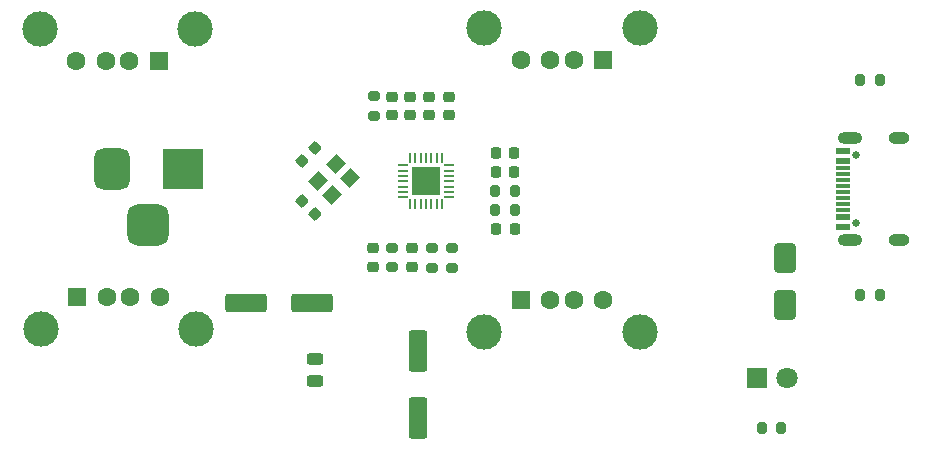
<source format=gbr>
%TF.GenerationSoftware,KiCad,Pcbnew,9.0.1-9.0.1-0~ubuntu22.04.1*%
%TF.CreationDate,2025-04-15T09:20:31+07:00*%
%TF.ProjectId,USB_HUB_4Port,5553425f-4855-4425-9f34-506f72742e6b,rev?*%
%TF.SameCoordinates,Original*%
%TF.FileFunction,Soldermask,Top*%
%TF.FilePolarity,Negative*%
%FSLAX46Y46*%
G04 Gerber Fmt 4.6, Leading zero omitted, Abs format (unit mm)*
G04 Created by KiCad (PCBNEW 9.0.1-9.0.1-0~ubuntu22.04.1) date 2025-04-15 09:20:31*
%MOMM*%
%LPD*%
G01*
G04 APERTURE LIST*
G04 Aperture macros list*
%AMRoundRect*
0 Rectangle with rounded corners*
0 $1 Rounding radius*
0 $2 $3 $4 $5 $6 $7 $8 $9 X,Y pos of 4 corners*
0 Add a 4 corners polygon primitive as box body*
4,1,4,$2,$3,$4,$5,$6,$7,$8,$9,$2,$3,0*
0 Add four circle primitives for the rounded corners*
1,1,$1+$1,$2,$3*
1,1,$1+$1,$4,$5*
1,1,$1+$1,$6,$7*
1,1,$1+$1,$8,$9*
0 Add four rect primitives between the rounded corners*
20,1,$1+$1,$2,$3,$4,$5,0*
20,1,$1+$1,$4,$5,$6,$7,0*
20,1,$1+$1,$6,$7,$8,$9,0*
20,1,$1+$1,$8,$9,$2,$3,0*%
%AMRotRect*
0 Rectangle, with rotation*
0 The origin of the aperture is its center*
0 $1 length*
0 $2 width*
0 $3 Rotation angle, in degrees counterclockwise*
0 Add horizontal line*
21,1,$1,$2,0,0,$3*%
%AMFreePoly0*
4,1,14,0.318306,0.106694,0.381694,0.043306,0.400000,-0.000888,0.400000,-0.062500,0.381694,-0.106694,0.337500,-0.125000,-0.337500,-0.125000,-0.381694,-0.106694,-0.400000,-0.062500,-0.400000,0.062500,-0.381694,0.106694,-0.337500,0.125000,0.274112,0.125000,0.318306,0.106694,0.318306,0.106694,$1*%
%AMFreePoly1*
4,1,14,0.381694,0.106694,0.400000,0.062500,0.400000,0.000888,0.381694,-0.043306,0.318306,-0.106694,0.274112,-0.125000,-0.337500,-0.125000,-0.381694,-0.106694,-0.400000,-0.062500,-0.400000,0.062500,-0.381694,0.106694,-0.337500,0.125000,0.337500,0.125000,0.381694,0.106694,0.381694,0.106694,$1*%
%AMFreePoly2*
4,1,14,0.106694,0.381694,0.125000,0.337500,0.125000,-0.337500,0.106694,-0.381694,0.062500,-0.400000,-0.062500,-0.400000,-0.106694,-0.381694,-0.125000,-0.337500,-0.125000,0.274112,-0.106694,0.318306,-0.043306,0.381694,0.000888,0.400000,0.062500,0.400000,0.106694,0.381694,0.106694,0.381694,$1*%
%AMFreePoly3*
4,1,14,0.043306,0.381694,0.106694,0.318306,0.125000,0.274112,0.125000,-0.337500,0.106694,-0.381694,0.062500,-0.400000,-0.062500,-0.400000,-0.106694,-0.381694,-0.125000,-0.337500,-0.125000,0.337500,-0.106694,0.381694,-0.062500,0.400000,-0.000888,0.400000,0.043306,0.381694,0.043306,0.381694,$1*%
%AMFreePoly4*
4,1,14,0.381694,0.106694,0.400000,0.062500,0.400000,-0.062500,0.381694,-0.106694,0.337500,-0.125000,-0.274112,-0.125000,-0.318306,-0.106694,-0.381694,-0.043306,-0.400000,0.000888,-0.400000,0.062500,-0.381694,0.106694,-0.337500,0.125000,0.337500,0.125000,0.381694,0.106694,0.381694,0.106694,$1*%
%AMFreePoly5*
4,1,14,0.381694,0.106694,0.400000,0.062500,0.400000,-0.062500,0.381694,-0.106694,0.337500,-0.125000,-0.337500,-0.125000,-0.381694,-0.106694,-0.400000,-0.062500,-0.400000,-0.000888,-0.381694,0.043306,-0.318306,0.106694,-0.274112,0.125000,0.337500,0.125000,0.381694,0.106694,0.381694,0.106694,$1*%
%AMFreePoly6*
4,1,14,0.106694,0.381694,0.125000,0.337500,0.125000,-0.274112,0.106694,-0.318306,0.043306,-0.381694,-0.000888,-0.400000,-0.062500,-0.400000,-0.106694,-0.381694,-0.125000,-0.337500,-0.125000,0.337500,-0.106694,0.381694,-0.062500,0.400000,0.062500,0.400000,0.106694,0.381694,0.106694,0.381694,$1*%
%AMFreePoly7*
4,1,14,0.106694,0.381694,0.125000,0.337500,0.125000,-0.337500,0.106694,-0.381694,0.062500,-0.400000,0.000888,-0.400000,-0.043306,-0.381694,-0.106694,-0.318306,-0.125000,-0.274112,-0.125000,0.337500,-0.106694,0.381694,-0.062500,0.400000,0.062500,0.400000,0.106694,0.381694,0.106694,0.381694,$1*%
G04 Aperture macros list end*
%ADD10RoundRect,0.200000X-0.200000X-0.275000X0.200000X-0.275000X0.200000X0.275000X-0.200000X0.275000X0*%
%ADD11RoundRect,0.225000X-0.017678X0.335876X-0.335876X0.017678X0.017678X-0.335876X0.335876X-0.017678X0*%
%ADD12RoundRect,0.225000X-0.250000X0.225000X-0.250000X-0.225000X0.250000X-0.225000X0.250000X0.225000X0*%
%ADD13RoundRect,0.200000X0.200000X0.275000X-0.200000X0.275000X-0.200000X-0.275000X0.200000X-0.275000X0*%
%ADD14RoundRect,0.225000X0.335876X0.017678X0.017678X0.335876X-0.335876X-0.017678X-0.017678X-0.335876X0*%
%ADD15RoundRect,0.218750X0.218750X0.256250X-0.218750X0.256250X-0.218750X-0.256250X0.218750X-0.256250X0*%
%ADD16RoundRect,0.225000X0.250000X-0.225000X0.250000X0.225000X-0.250000X0.225000X-0.250000X-0.225000X0*%
%ADD17FreePoly0,270.000000*%
%ADD18RoundRect,0.062500X-0.062500X0.337500X-0.062500X-0.337500X0.062500X-0.337500X0.062500X0.337500X0*%
%ADD19FreePoly1,270.000000*%
%ADD20FreePoly2,270.000000*%
%ADD21RoundRect,0.062500X-0.337500X0.062500X-0.337500X-0.062500X0.337500X-0.062500X0.337500X0.062500X0*%
%ADD22FreePoly3,270.000000*%
%ADD23FreePoly4,270.000000*%
%ADD24FreePoly5,270.000000*%
%ADD25FreePoly6,270.000000*%
%ADD26FreePoly7,270.000000*%
%ADD27R,2.400000X2.400000*%
%ADD28C,0.650000*%
%ADD29R,1.240000X0.600000*%
%ADD30R,1.240000X0.300000*%
%ADD31O,2.100000X1.000000*%
%ADD32O,1.800000X1.000000*%
%ADD33RoundRect,0.225000X-0.225000X-0.250000X0.225000X-0.250000X0.225000X0.250000X-0.225000X0.250000X0*%
%ADD34R,1.600000X1.500000*%
%ADD35C,1.600000*%
%ADD36C,3.000000*%
%ADD37R,3.500000X3.500000*%
%ADD38RoundRect,0.750000X-0.750000X-1.000000X0.750000X-1.000000X0.750000X1.000000X-0.750000X1.000000X0*%
%ADD39RoundRect,0.875000X-0.875000X-0.875000X0.875000X-0.875000X0.875000X0.875000X-0.875000X0.875000X0*%
%ADD40RoundRect,0.200000X0.275000X-0.200000X0.275000X0.200000X-0.275000X0.200000X-0.275000X-0.200000X0*%
%ADD41RoundRect,0.200000X-0.275000X0.200000X-0.275000X-0.200000X0.275000X-0.200000X0.275000X0.200000X0*%
%ADD42RoundRect,0.250000X0.550000X-1.500000X0.550000X1.500000X-0.550000X1.500000X-0.550000X-1.500000X0*%
%ADD43R,1.800000X1.800000*%
%ADD44C,1.800000*%
%ADD45RoundRect,0.250000X1.500000X0.550000X-1.500000X0.550000X-1.500000X-0.550000X1.500000X-0.550000X0*%
%ADD46RoundRect,0.243750X-0.456250X0.243750X-0.456250X-0.243750X0.456250X-0.243750X0.456250X0.243750X0*%
%ADD47RotRect,1.300000X1.100000X225.000000*%
%ADD48RoundRect,0.250000X0.650000X-1.000000X0.650000X1.000000X-0.650000X1.000000X-0.650000X-1.000000X0*%
G04 APERTURE END LIST*
D10*
%TO.C,R6*%
X88155000Y-146760000D03*
X89805000Y-146760000D03*
%TD*%
D11*
%TO.C,C1*%
X72888008Y-143141992D03*
X71791992Y-144238008D03*
%TD*%
D12*
%TO.C,C10*%
X77760000Y-151620000D03*
X77760000Y-153170000D03*
%TD*%
D13*
%TO.C,R3*%
X120695000Y-137340000D03*
X119045000Y-137340000D03*
%TD*%
D14*
%TO.C,C2*%
X72838008Y-148748008D03*
X71741992Y-147651992D03*
%TD*%
D15*
%TO.C,D2*%
X89805000Y-149990000D03*
X88230000Y-149990000D03*
%TD*%
D16*
%TO.C,C3*%
X80930000Y-140355000D03*
X80930000Y-138805000D03*
%TD*%
%TO.C,C9*%
X82560000Y-140355000D03*
X82560000Y-138805000D03*
%TD*%
D17*
%TO.C,U1*%
X83620000Y-144010000D03*
D18*
X83170000Y-144010000D03*
X82720000Y-144010000D03*
X82270000Y-144010000D03*
X81820000Y-144010000D03*
X81370000Y-144010000D03*
D19*
X80920000Y-144010000D03*
D20*
X80320000Y-144610000D03*
D21*
X80320000Y-145060000D03*
X80320000Y-145510000D03*
X80320000Y-145960000D03*
X80320000Y-146410000D03*
X80320000Y-146860000D03*
D22*
X80320000Y-147310000D03*
D23*
X80920000Y-147910000D03*
D18*
X81370000Y-147910000D03*
X81820000Y-147910000D03*
X82270000Y-147910000D03*
X82720000Y-147910000D03*
X83170000Y-147910000D03*
D24*
X83620000Y-147910000D03*
D25*
X84220000Y-147310000D03*
D21*
X84220000Y-146860000D03*
X84220000Y-146410000D03*
X84220000Y-145960000D03*
X84220000Y-145510000D03*
X84220000Y-145060000D03*
D26*
X84220000Y-144610000D03*
D27*
X82270000Y-145960000D03*
%TD*%
D13*
%TO.C,R2*%
X120695000Y-155550000D03*
X119045000Y-155550000D03*
%TD*%
D28*
%TO.C,J1*%
X118675000Y-149480000D03*
X118675000Y-143700000D03*
D29*
X117555000Y-149790000D03*
X117555000Y-148990000D03*
D30*
X117555000Y-147840000D03*
X117555000Y-146840000D03*
X117555000Y-146340000D03*
X117555000Y-145340000D03*
D29*
X117555000Y-144190000D03*
X117555000Y-143390000D03*
X117555000Y-143390000D03*
X117555000Y-144190000D03*
D30*
X117555000Y-144840000D03*
X117555000Y-145840000D03*
X117555000Y-147340000D03*
X117555000Y-148340000D03*
D29*
X117555000Y-148990000D03*
X117555000Y-149790000D03*
D31*
X118155000Y-150910000D03*
D32*
X122355000Y-150910000D03*
D31*
X118155000Y-142270000D03*
D32*
X122355000Y-142270000D03*
%TD*%
D10*
%TO.C,R9*%
X110725000Y-166860000D03*
X112375000Y-166860000D03*
%TD*%
D33*
%TO.C,C7*%
X88205000Y-145165000D03*
X89755000Y-145165000D03*
%TD*%
D34*
%TO.C,J3*%
X52740000Y-155770000D03*
D35*
X55240000Y-155770000D03*
X57240000Y-155770000D03*
X59740000Y-155770000D03*
D36*
X49670000Y-158480000D03*
X62810000Y-158480000D03*
%TD*%
D37*
%TO.C,J6*%
X61730000Y-144910000D03*
D38*
X55730000Y-144910000D03*
D39*
X58730000Y-149610000D03*
%TD*%
D10*
%TO.C,R8*%
X88162500Y-148355000D03*
X89812500Y-148355000D03*
%TD*%
D34*
%TO.C,J5*%
X97300000Y-135710000D03*
D35*
X94800000Y-135710000D03*
X92800000Y-135710000D03*
X90300000Y-135710000D03*
D36*
X100370000Y-133000000D03*
X87230000Y-133000000D03*
%TD*%
D40*
%TO.C,R4*%
X79430000Y-153235000D03*
X79430000Y-151585000D03*
%TD*%
D34*
%TO.C,J2*%
X90300000Y-155960000D03*
D35*
X92800000Y-155960000D03*
X94800000Y-155960000D03*
X97300000Y-155960000D03*
D36*
X87230000Y-158670000D03*
X100370000Y-158670000D03*
%TD*%
D16*
%TO.C,C5*%
X84200000Y-140355000D03*
X84200000Y-138805000D03*
%TD*%
D41*
%TO.C,R5*%
X82770000Y-151625000D03*
X82770000Y-153275000D03*
%TD*%
D42*
%TO.C,C12*%
X81570000Y-165960000D03*
X81570000Y-160360000D03*
%TD*%
D43*
%TO.C,D3*%
X110270000Y-162615000D03*
D44*
X112810000Y-162615000D03*
%TD*%
D33*
%TO.C,C8*%
X88205000Y-143570000D03*
X89755000Y-143570000D03*
%TD*%
D40*
%TO.C,R1*%
X77850000Y-140405000D03*
X77850000Y-138755000D03*
%TD*%
D34*
%TO.C,J4*%
X59660000Y-135780000D03*
D35*
X57160000Y-135780000D03*
X55160000Y-135780000D03*
X52660000Y-135780000D03*
D36*
X62730000Y-133070000D03*
X49590000Y-133070000D03*
%TD*%
D16*
%TO.C,C4*%
X79390000Y-140355000D03*
X79390000Y-138805000D03*
%TD*%
D45*
%TO.C,C11*%
X72660000Y-156280000D03*
X67060000Y-156280000D03*
%TD*%
D46*
%TO.C,F1*%
X72840000Y-160982500D03*
X72840000Y-162857500D03*
%TD*%
D40*
%TO.C,R7*%
X84440000Y-153265000D03*
X84440000Y-151615000D03*
%TD*%
D12*
%TO.C,C6*%
X81100000Y-151630000D03*
X81100000Y-153180000D03*
%TD*%
D47*
%TO.C,Y1*%
X74659099Y-144464175D03*
X73174175Y-145949099D03*
X74340901Y-147115825D03*
X75825825Y-145630901D03*
%TD*%
D48*
%TO.C,D1*%
X112670000Y-156460000D03*
X112670000Y-152460000D03*
%TD*%
M02*

</source>
